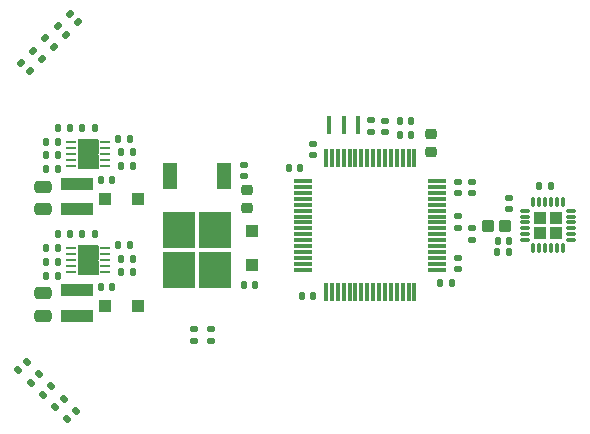
<source format=gbp>
%TF.GenerationSoftware,KiCad,Pcbnew,(6.0.0-0)*%
%TF.CreationDate,2022-01-25T22:05:00-05:00*%
%TF.ProjectId,Autodrone_V2,4175746f-6472-46f6-9e65-5f56322e6b69,rev?*%
%TF.SameCoordinates,Original*%
%TF.FileFunction,Paste,Bot*%
%TF.FilePolarity,Positive*%
%FSLAX46Y46*%
G04 Gerber Fmt 4.6, Leading zero omitted, Abs format (unit mm)*
G04 Created by KiCad (PCBNEW (6.0.0-0)) date 2022-01-25 22:05:00*
%MOMM*%
%LPD*%
G01*
G04 APERTURE LIST*
G04 Aperture macros list*
%AMRoundRect*
0 Rectangle with rounded corners*
0 $1 Rounding radius*
0 $2 $3 $4 $5 $6 $7 $8 $9 X,Y pos of 4 corners*
0 Add a 4 corners polygon primitive as box body*
4,1,4,$2,$3,$4,$5,$6,$7,$8,$9,$2,$3,0*
0 Add four circle primitives for the rounded corners*
1,1,$1+$1,$2,$3*
1,1,$1+$1,$4,$5*
1,1,$1+$1,$6,$7*
1,1,$1+$1,$8,$9*
0 Add four rect primitives between the rounded corners*
20,1,$1+$1,$2,$3,$4,$5,0*
20,1,$1+$1,$4,$5,$6,$7,0*
20,1,$1+$1,$6,$7,$8,$9,0*
20,1,$1+$1,$8,$9,$2,$3,0*%
G04 Aperture macros list end*
%ADD10C,0.100000*%
%ADD11RoundRect,0.140000X0.170000X-0.140000X0.170000X0.140000X-0.170000X0.140000X-0.170000X-0.140000X0*%
%ADD12RoundRect,0.140000X-0.140000X-0.170000X0.140000X-0.170000X0.140000X0.170000X-0.140000X0.170000X0*%
%ADD13RoundRect,0.140000X0.140000X0.170000X-0.140000X0.170000X-0.140000X-0.170000X0.140000X-0.170000X0*%
%ADD14RoundRect,0.250000X0.475000X-0.250000X0.475000X0.250000X-0.475000X0.250000X-0.475000X-0.250000X0*%
%ADD15R,1.100000X1.100000*%
%ADD16R,2.700000X1.000000*%
%ADD17RoundRect,0.135000X-0.185000X0.135000X-0.185000X-0.135000X0.185000X-0.135000X0.185000X0.135000X0*%
%ADD18RoundRect,0.135000X0.185000X-0.135000X0.185000X0.135000X-0.185000X0.135000X-0.185000X-0.135000X0*%
%ADD19RoundRect,0.135000X-0.135000X-0.185000X0.135000X-0.185000X0.135000X0.185000X-0.135000X0.185000X0*%
%ADD20RoundRect,0.075000X-0.075000X0.700000X-0.075000X-0.700000X0.075000X-0.700000X0.075000X0.700000X0*%
%ADD21RoundRect,0.075000X-0.700000X0.075000X-0.700000X-0.075000X0.700000X-0.075000X0.700000X0.075000X0*%
%ADD22RoundRect,0.140000X-0.170000X0.140000X-0.170000X-0.140000X0.170000X-0.140000X0.170000X0.140000X0*%
%ADD23R,2.750000X3.050000*%
%ADD24R,1.200000X2.200000*%
%ADD25RoundRect,0.135000X0.035355X-0.226274X0.226274X-0.035355X-0.035355X0.226274X-0.226274X0.035355X0*%
%ADD26RoundRect,0.135000X-0.226274X-0.035355X-0.035355X-0.226274X0.226274X0.035355X0.035355X0.226274X0*%
%ADD27RoundRect,0.234782X0.305218X0.305218X-0.305218X0.305218X-0.305218X-0.305218X0.305218X-0.305218X0*%
%ADD28RoundRect,0.075000X0.350000X0.075000X-0.350000X0.075000X-0.350000X-0.075000X0.350000X-0.075000X0*%
%ADD29RoundRect,0.075000X0.075000X0.350000X-0.075000X0.350000X-0.075000X-0.350000X0.075000X-0.350000X0*%
%ADD30R,0.807999X0.254800*%
%ADD31R,1.752600X2.540000*%
%ADD32RoundRect,0.135000X0.135000X0.185000X-0.135000X0.185000X-0.135000X-0.185000X0.135000X-0.185000X0*%
%ADD33R,0.400000X1.600000*%
%ADD34RoundRect,0.218750X-0.256250X0.218750X-0.256250X-0.218750X0.256250X-0.218750X0.256250X0.218750X0*%
%ADD35RoundRect,0.250000X0.287500X0.275000X-0.287500X0.275000X-0.287500X-0.275000X0.287500X-0.275000X0*%
%ADD36RoundRect,0.218750X0.256250X-0.218750X0.256250X0.218750X-0.256250X0.218750X-0.256250X-0.218750X0*%
G04 APERTURE END LIST*
D10*
%TO.C,U7*%
X76280800Y-86719999D02*
X76280800Y-85649999D01*
X76280800Y-85649999D02*
X77833400Y-85649999D01*
X77833400Y-85649999D02*
X77833400Y-86719999D01*
X77833400Y-86719999D02*
X76280800Y-86719999D01*
G36*
X77833400Y-86719999D02*
G01*
X76280800Y-86719999D01*
X76280800Y-85649999D01*
X77833400Y-85649999D01*
X77833400Y-86719999D01*
G37*
X77833400Y-86719999D02*
X76280800Y-86719999D01*
X76280800Y-85649999D01*
X77833400Y-85649999D01*
X77833400Y-86719999D01*
X76280800Y-85449999D02*
X76280800Y-84379999D01*
X76280800Y-84379999D02*
X77833400Y-84379999D01*
X77833400Y-84379999D02*
X77833400Y-85449999D01*
X77833400Y-85449999D02*
X76280800Y-85449999D01*
G36*
X77833400Y-85449999D02*
G01*
X76280800Y-85449999D01*
X76280800Y-84379999D01*
X77833400Y-84379999D01*
X77833400Y-85449999D01*
G37*
X77833400Y-85449999D02*
X76280800Y-85449999D01*
X76280800Y-84379999D01*
X77833400Y-84379999D01*
X77833400Y-85449999D01*
%TO.C,U6*%
X76280800Y-94449999D02*
X76280800Y-93379999D01*
X76280800Y-93379999D02*
X77833400Y-93379999D01*
X77833400Y-93379999D02*
X77833400Y-94449999D01*
X77833400Y-94449999D02*
X76280800Y-94449999D01*
G36*
X77833400Y-94449999D02*
G01*
X76280800Y-94449999D01*
X76280800Y-93379999D01*
X77833400Y-93379999D01*
X77833400Y-94449999D01*
G37*
X77833400Y-94449999D02*
X76280800Y-94449999D01*
X76280800Y-93379999D01*
X77833400Y-93379999D01*
X77833400Y-94449999D01*
X76280800Y-95719999D02*
X76280800Y-94649999D01*
X76280800Y-94649999D02*
X77833400Y-94649999D01*
X77833400Y-94649999D02*
X77833400Y-95719999D01*
X77833400Y-95719999D02*
X76280800Y-95719999D01*
G36*
X77833400Y-95719999D02*
G01*
X76280800Y-95719999D01*
X76280800Y-94649999D01*
X77833400Y-94649999D01*
X77833400Y-95719999D01*
G37*
X77833400Y-95719999D02*
X76280800Y-95719999D01*
X76280800Y-94649999D01*
X77833400Y-94649999D01*
X77833400Y-95719999D01*
%TD*%
D11*
%TO.C,C8*%
X109530000Y-88860000D03*
X109530000Y-87900000D03*
%TD*%
%TO.C,C9*%
X108340000Y-88860000D03*
X108340000Y-87900000D03*
%TD*%
%TO.C,C10*%
X96050000Y-85650000D03*
X96050000Y-84690000D03*
%TD*%
D12*
%TO.C,C11*%
X106870000Y-96470000D03*
X107830000Y-96470000D03*
%TD*%
D13*
%TO.C,C12*%
X96070000Y-97570000D03*
X95110000Y-97570000D03*
%TD*%
%TO.C,C6*%
X104370000Y-82740000D03*
X103410000Y-82740000D03*
%TD*%
%TO.C,C7*%
X104370000Y-83930000D03*
X103410000Y-83930000D03*
%TD*%
%TO.C,C25*%
X79080000Y-87770000D03*
X78120000Y-87770000D03*
%TD*%
%TO.C,C24*%
X79080000Y-96780000D03*
X78120000Y-96780000D03*
%TD*%
D14*
%TO.C,C27*%
X73190000Y-90250000D03*
X73190000Y-88350000D03*
%TD*%
D13*
%TO.C,C30*%
X80820000Y-85400000D03*
X79860000Y-85400000D03*
%TD*%
%TO.C,C31*%
X80820000Y-86530000D03*
X79860000Y-86530000D03*
%TD*%
%TO.C,C32*%
X74470000Y-85670000D03*
X73510000Y-85670000D03*
%TD*%
%TO.C,C33*%
X74470000Y-94680000D03*
X73510000Y-94680000D03*
%TD*%
%TO.C,C35*%
X74470000Y-93520000D03*
X73510000Y-93520000D03*
%TD*%
D15*
%TO.C,D13*%
X90910000Y-92110000D03*
X90910000Y-94910000D03*
%TD*%
%TO.C,D12*%
X78460000Y-89390000D03*
X81260000Y-89390000D03*
%TD*%
%TO.C,D11*%
X78470000Y-98400000D03*
X81270000Y-98400000D03*
%TD*%
D16*
%TO.C,L7*%
X76070000Y-88050000D03*
X76070000Y-90250000D03*
%TD*%
%TO.C,L6*%
X76070000Y-97050000D03*
X76070000Y-99250000D03*
%TD*%
D17*
%TO.C,R6*%
X85990000Y-100370000D03*
X85990000Y-101390000D03*
%TD*%
%TO.C,R7*%
X87430000Y-100370000D03*
X87430000Y-101390000D03*
%TD*%
D18*
%TO.C,R8*%
X100990000Y-83730000D03*
X100990000Y-82710000D03*
%TD*%
D19*
%TO.C,R29*%
X74450000Y-83330000D03*
X75470000Y-83330000D03*
%TD*%
%TO.C,R28*%
X74450000Y-92330000D03*
X75470000Y-92330000D03*
%TD*%
%TO.C,R31*%
X76560000Y-83330000D03*
X77580000Y-83330000D03*
%TD*%
%TO.C,R30*%
X76560000Y-92330000D03*
X77580000Y-92330000D03*
%TD*%
%TO.C,R33*%
X79580000Y-84270000D03*
X80600000Y-84270000D03*
%TD*%
%TO.C,R34*%
X73480000Y-95840000D03*
X74500000Y-95840000D03*
%TD*%
D18*
%TO.C,R3*%
X109530000Y-92870000D03*
X109530000Y-91850000D03*
%TD*%
D17*
%TO.C,R4*%
X108340000Y-90830000D03*
X108340000Y-91850000D03*
%TD*%
D20*
%TO.C,U4*%
X97170000Y-85925000D03*
X97670000Y-85925000D03*
X98170000Y-85925000D03*
X98670000Y-85925000D03*
X99170000Y-85925000D03*
X99670000Y-85925000D03*
X100170000Y-85925000D03*
X100670000Y-85925000D03*
X101170000Y-85925000D03*
X101670000Y-85925000D03*
X102170000Y-85925000D03*
X102670000Y-85925000D03*
X103170000Y-85925000D03*
X103670000Y-85925000D03*
X104170000Y-85925000D03*
X104670000Y-85925000D03*
D21*
X106595000Y-87850000D03*
X106595000Y-88350000D03*
X106595000Y-88850000D03*
X106595000Y-89350000D03*
X106595000Y-89850000D03*
X106595000Y-90350000D03*
X106595000Y-90850000D03*
X106595000Y-91350000D03*
X106595000Y-91850000D03*
X106595000Y-92350000D03*
X106595000Y-92850000D03*
X106595000Y-93350000D03*
X106595000Y-93850000D03*
X106595000Y-94350000D03*
X106595000Y-94850000D03*
X106595000Y-95350000D03*
D20*
X104670000Y-97275000D03*
X104170000Y-97275000D03*
X103670000Y-97275000D03*
X103170000Y-97275000D03*
X102670000Y-97275000D03*
X102170000Y-97275000D03*
X101670000Y-97275000D03*
X101170000Y-97275000D03*
X100670000Y-97275000D03*
X100170000Y-97275000D03*
X99670000Y-97275000D03*
X99170000Y-97275000D03*
X98670000Y-97275000D03*
X98170000Y-97275000D03*
X97670000Y-97275000D03*
X97170000Y-97275000D03*
D21*
X95245000Y-95350000D03*
X95245000Y-94850000D03*
X95245000Y-94350000D03*
X95245000Y-93850000D03*
X95245000Y-93350000D03*
X95245000Y-92850000D03*
X95245000Y-92350000D03*
X95245000Y-91850000D03*
X95245000Y-91350000D03*
X95245000Y-90850000D03*
X95245000Y-90350000D03*
X95245000Y-89850000D03*
X95245000Y-89350000D03*
X95245000Y-88850000D03*
X95245000Y-88350000D03*
X95245000Y-87850000D03*
%TD*%
D13*
%TO.C,C28*%
X80820000Y-94400000D03*
X79860000Y-94400000D03*
%TD*%
D22*
%TO.C,C15*%
X108340000Y-94340000D03*
X108340000Y-95300000D03*
%TD*%
D13*
%TO.C,C13*%
X94970000Y-86730000D03*
X94010000Y-86730000D03*
%TD*%
D11*
%TO.C,C14*%
X102180000Y-83700000D03*
X102180000Y-82740000D03*
%TD*%
D19*
%TO.C,R32*%
X79580000Y-93270000D03*
X80600000Y-93270000D03*
%TD*%
D11*
%TO.C,C36*%
X90260000Y-87440000D03*
X90260000Y-86480000D03*
%TD*%
D12*
%TO.C,C37*%
X90240000Y-96640000D03*
X91200000Y-96640000D03*
%TD*%
D23*
%TO.C,U8*%
X84765000Y-95354999D03*
X84765000Y-92004999D03*
X87815000Y-95354999D03*
X87815000Y-92004999D03*
D24*
X84010000Y-87379999D03*
X88570000Y-87379999D03*
%TD*%
D25*
%TO.C,R17*%
X73209376Y-105950624D03*
X73930624Y-105229376D03*
%TD*%
%TO.C,R21*%
X71129376Y-103870624D03*
X71850624Y-103149376D03*
%TD*%
D14*
%TO.C,C26*%
X73190000Y-99250000D03*
X73190000Y-97350000D03*
%TD*%
D19*
%TO.C,R35*%
X73480000Y-86830000D03*
X74500000Y-86830000D03*
%TD*%
D13*
%TO.C,C34*%
X74470000Y-84520000D03*
X73510000Y-84520000D03*
%TD*%
D25*
%TO.C,R15*%
X74239376Y-106980624D03*
X74960624Y-106259376D03*
%TD*%
%TO.C,R11*%
X75279376Y-108020624D03*
X76000624Y-107299376D03*
%TD*%
%TO.C,R19*%
X72169376Y-104910624D03*
X72890624Y-104189376D03*
%TD*%
D13*
%TO.C,C29*%
X80820000Y-95540000D03*
X79860000Y-95540000D03*
%TD*%
D26*
%TO.C,R10*%
X75496376Y-73693176D03*
X76217624Y-74414424D03*
%TD*%
%TO.C,R14*%
X74456376Y-74733176D03*
X75177624Y-75454424D03*
%TD*%
%TO.C,R16*%
X73426376Y-75763176D03*
X74147624Y-76484424D03*
%TD*%
%TO.C,R18*%
X72396376Y-76793176D03*
X73117624Y-77514424D03*
%TD*%
D27*
%TO.C,U10*%
X115315600Y-90940315D03*
X116635600Y-90940315D03*
X115315600Y-92260315D03*
X116635600Y-92260315D03*
D28*
X117925600Y-90350315D03*
X117925600Y-90850315D03*
X117925600Y-91350315D03*
X117925600Y-91850315D03*
X117925600Y-92350315D03*
X117925600Y-92850315D03*
D29*
X117225600Y-93550315D03*
X116725600Y-93550315D03*
X116225600Y-93550315D03*
X115725600Y-93550315D03*
X115225600Y-93550315D03*
X114725600Y-93550315D03*
D28*
X114025600Y-92850315D03*
X114025600Y-92350315D03*
X114025600Y-91850315D03*
X114025600Y-91350315D03*
X114025600Y-90850315D03*
X114025600Y-90350315D03*
D29*
X114725600Y-89650315D03*
X115225600Y-89650315D03*
X115725600Y-89650315D03*
X116225600Y-89650315D03*
X116725600Y-89650315D03*
X117225600Y-89650315D03*
%TD*%
D26*
%TO.C,R20*%
X71367976Y-77832376D03*
X72089224Y-78553624D03*
%TD*%
D30*
%TO.C,U7*%
X75611700Y-86550000D03*
X75611700Y-86049998D03*
X75611700Y-85549999D03*
X75611700Y-85050000D03*
X75611700Y-84549998D03*
X78502500Y-84549998D03*
X78502500Y-85050000D03*
X78502500Y-85549999D03*
X78502500Y-86049998D03*
X78502500Y-86550000D03*
D31*
X77057100Y-85549999D03*
%TD*%
D32*
%TO.C,R37*%
X112680000Y-93830000D03*
X111660000Y-93830000D03*
%TD*%
D13*
%TO.C,C41*%
X112670000Y-92900000D03*
X111710000Y-92900000D03*
%TD*%
D30*
%TO.C,U6*%
X75611700Y-95550000D03*
X75611700Y-95049998D03*
X75611700Y-94549999D03*
X75611700Y-94050000D03*
X75611700Y-93549998D03*
X78502500Y-93549998D03*
X78502500Y-94050000D03*
X78502500Y-94549999D03*
X78502500Y-95049998D03*
X78502500Y-95550000D03*
D31*
X77057100Y-94549999D03*
%TD*%
D32*
%TO.C,R36*%
X116230000Y-88260000D03*
X115210000Y-88260000D03*
%TD*%
D33*
%TO.C,Y1*%
X97470000Y-83090000D03*
X98670000Y-83090000D03*
X99870000Y-83090000D03*
%TD*%
D34*
%TO.C,FB2*%
X90520000Y-88582500D03*
X90520000Y-90157500D03*
%TD*%
D35*
%TO.C,C42*%
X112310000Y-91660000D03*
X110885000Y-91660000D03*
%TD*%
D36*
%TO.C,FB1*%
X106050000Y-85397500D03*
X106050000Y-83822500D03*
%TD*%
D11*
%TO.C,C43*%
X112640000Y-90200000D03*
X112640000Y-89240000D03*
%TD*%
M02*

</source>
